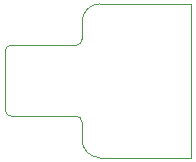
<source format=gm1>
G04 #@! TF.GenerationSoftware,KiCad,Pcbnew,(5.0.0)*
G04 #@! TF.CreationDate,2018-11-03T02:43:51+01:00*
G04 #@! TF.ProjectId,GBPrinter Emulator Minimal,47425072696E74657220456D756C6174,rev?*
G04 #@! TF.SameCoordinates,Original*
G04 #@! TF.FileFunction,Profile,NP*
%FSLAX46Y46*%
G04 Gerber Fmt 4.6, Leading zero omitted, Abs format (unit mm)*
G04 Created by KiCad (PCBNEW (5.0.0)) date 11/03/18 02:43:51*
%MOMM*%
%LPD*%
G01*
G04 APERTURE LIST*
%ADD10C,0.100000*%
G04 APERTURE END LIST*
D10*
X70802500Y-67545200D02*
X78546700Y-67545200D01*
X78546700Y-54546500D02*
X78546700Y-67538600D01*
X70827900Y-54539900D02*
X78546700Y-54539900D01*
X62822943Y-63539825D02*
X62822943Y-58539825D01*
X62822943Y-63539825D02*
G75*
G03X63322943Y-64039825I500000J0D01*
G01*
X63322943Y-58039825D02*
G75*
G03X62822943Y-58539825I0J-500000D01*
G01*
X69322943Y-66039825D02*
G75*
G03X70822943Y-67539825I1500000J0D01*
G01*
X70822943Y-54539825D02*
G75*
G03X69322943Y-56039825I0J-1500000D01*
G01*
X69322943Y-57539825D02*
X69322943Y-56070487D01*
X69322943Y-64539825D02*
X69322943Y-66040121D01*
X68822943Y-58039825D02*
G75*
G03X69322943Y-57539825I0J500000D01*
G01*
X69322943Y-64539825D02*
G75*
G03X68822943Y-64039825I-500000J0D01*
G01*
X63322943Y-58039825D02*
X68822943Y-58039825D01*
X63322943Y-64039825D02*
X68822943Y-64039825D01*
M02*

</source>
